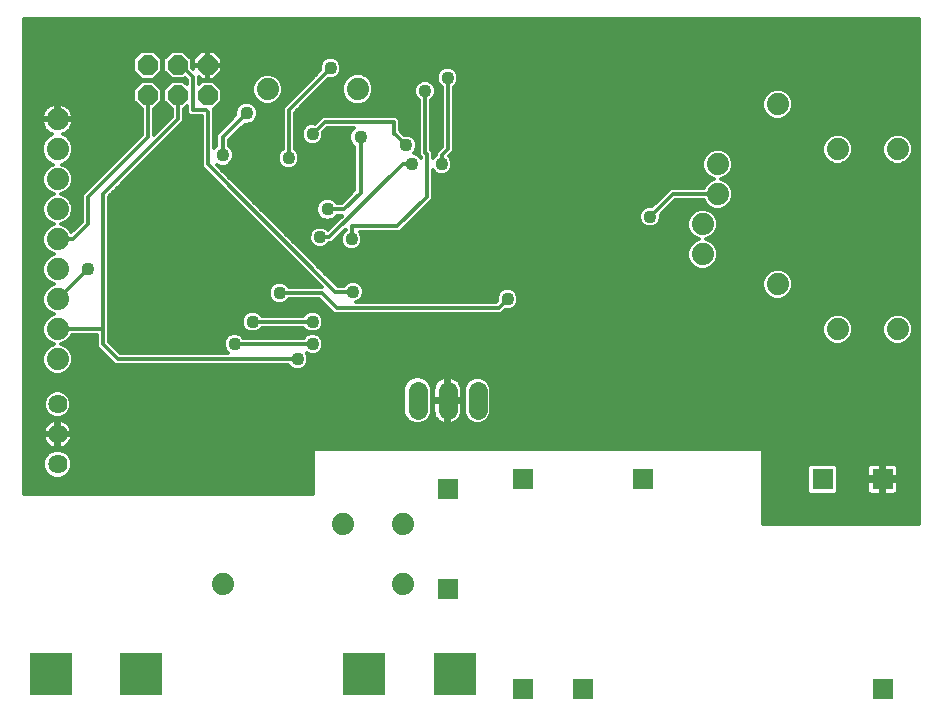
<source format=gbl>
G75*
%MOIN*%
%OFA0B0*%
%FSLAX24Y24*%
%IPPOS*%
%LPD*%
%AMOC8*
5,1,8,0,0,1.08239X$1,22.5*
%
%ADD10C,0.0740*%
%ADD11C,0.0640*%
%ADD12R,0.0712X0.0712*%
%ADD13OC8,0.0660*%
%ADD14R,0.1400X0.1400*%
%ADD15C,0.0640*%
%ADD16C,0.0436*%
%ADD17C,0.0120*%
D10*
X007660Y004650D03*
X011660Y006650D03*
X013660Y006650D03*
X013660Y004650D03*
X002160Y012150D03*
X002160Y013150D03*
X002160Y014150D03*
X002160Y015150D03*
X002160Y016150D03*
X002160Y017150D03*
X002160Y018150D03*
X002160Y019150D03*
X002160Y020150D03*
X009160Y021150D03*
X012160Y021150D03*
X023660Y016650D03*
X023660Y015650D03*
X026160Y014650D03*
X028160Y013150D03*
X030160Y013150D03*
X024160Y017650D03*
X024160Y018650D03*
X026160Y020650D03*
X028160Y019150D03*
X030160Y019150D03*
D11*
X002160Y010650D03*
X002160Y009650D03*
X002160Y008650D03*
D12*
X015160Y007825D03*
X017660Y008150D03*
X021660Y008150D03*
X027660Y008150D03*
X029660Y008150D03*
X029660Y001150D03*
X019660Y001150D03*
X017660Y001150D03*
X015160Y004475D03*
D13*
X007160Y020950D03*
X006160Y020950D03*
X006160Y021950D03*
X007160Y021950D03*
X005160Y021950D03*
X005160Y020950D03*
D14*
X001925Y001650D03*
X004925Y001650D03*
X012390Y001650D03*
X015395Y001650D03*
D15*
X015160Y010455D02*
X015160Y011095D01*
X014160Y011095D02*
X014160Y010455D01*
X016160Y010455D02*
X016160Y011095D01*
D16*
X015260Y012350D03*
X017160Y014150D03*
X018660Y015650D03*
X017160Y017650D03*
X014960Y018650D03*
X013960Y018650D03*
X013785Y019275D03*
X012260Y019550D03*
X010660Y019650D03*
X009860Y018850D03*
X008460Y020350D03*
X007660Y018950D03*
X006660Y017650D03*
X005660Y018400D03*
X004160Y017150D03*
X003160Y015150D03*
X004360Y013050D03*
X006860Y015050D03*
X008660Y013400D03*
X008060Y012650D03*
X009560Y014350D03*
X010660Y013400D03*
X010660Y012650D03*
X010160Y012150D03*
X011460Y013150D03*
X012010Y014400D03*
X011960Y016150D03*
X010910Y016213D03*
X011160Y017150D03*
X014410Y021088D03*
X015160Y021525D03*
X013360Y021250D03*
X013160Y022650D03*
X011260Y021850D03*
X009660Y022650D03*
X004260Y020250D03*
X002160Y022650D03*
X009060Y010850D03*
X008660Y008050D03*
X006160Y008150D03*
X003660Y008150D03*
X018160Y020150D03*
X019660Y018650D03*
X021910Y016900D03*
X023660Y013650D03*
X021660Y012150D03*
X021660Y010150D03*
X019160Y010150D03*
X026160Y007150D03*
X030160Y009650D03*
X029660Y011650D03*
X030160Y015650D03*
X026160Y017150D03*
X026160Y018650D03*
X026960Y020250D03*
X028960Y020250D03*
X030160Y023150D03*
X023660Y020450D03*
X022460Y022750D03*
X019460Y022950D03*
D17*
X015518Y021596D02*
X015464Y021728D01*
X015363Y021829D01*
X015231Y021883D01*
X015089Y021883D01*
X014957Y021829D01*
X014856Y021728D01*
X014802Y021596D01*
X014802Y021454D01*
X014856Y021322D01*
X014957Y021221D01*
X014960Y021220D01*
X014960Y019233D01*
X014760Y019033D01*
X014760Y018955D01*
X014757Y018954D01*
X014660Y018856D01*
X014660Y019058D01*
X014610Y019108D01*
X014610Y020783D01*
X014613Y020784D01*
X014714Y020885D01*
X014768Y021016D01*
X014768Y021159D01*
X014714Y021290D01*
X014613Y021391D01*
X014481Y021446D01*
X014339Y021446D01*
X014207Y021391D01*
X014106Y021290D01*
X014052Y021159D01*
X014052Y021016D01*
X014106Y020885D01*
X014207Y020784D01*
X014210Y020783D01*
X014210Y018942D01*
X014260Y018892D01*
X014260Y018856D01*
X014163Y018954D01*
X014031Y019008D01*
X014025Y019008D01*
X014089Y019072D01*
X014143Y019204D01*
X014143Y019346D01*
X014089Y019478D01*
X013988Y019579D01*
X013856Y019633D01*
X013714Y019633D01*
X013711Y019632D01*
X013610Y019733D01*
X013560Y019783D01*
X013560Y020133D01*
X013443Y020250D01*
X010977Y020250D01*
X010860Y020133D01*
X010734Y020007D01*
X010731Y020008D01*
X010589Y020008D01*
X010457Y019954D01*
X010356Y019853D01*
X010302Y019721D01*
X010302Y019579D01*
X010356Y019447D01*
X010457Y019346D01*
X010589Y019292D01*
X010731Y019292D01*
X010863Y019346D01*
X010964Y019447D01*
X011018Y019579D01*
X011018Y019721D01*
X011017Y019724D01*
X011143Y019850D01*
X012025Y019850D01*
X011939Y019764D01*
X011882Y019625D01*
X011882Y019475D01*
X011939Y019336D01*
X012040Y019235D01*
X012040Y017780D01*
X011630Y017370D01*
X011475Y017370D01*
X011374Y017471D01*
X011235Y017528D01*
X011085Y017528D01*
X010946Y017471D01*
X010839Y017364D01*
X010782Y017225D01*
X010782Y017075D01*
X010839Y016936D01*
X010946Y016829D01*
X011085Y016772D01*
X011235Y016772D01*
X011374Y016829D01*
X011475Y016930D01*
X011657Y016930D01*
X011178Y016451D01*
X011113Y016516D01*
X010981Y016571D01*
X010839Y016571D01*
X010707Y016516D01*
X010606Y016415D01*
X010552Y016284D01*
X010552Y016141D01*
X010606Y016010D01*
X010707Y015909D01*
X010839Y015854D01*
X010981Y015854D01*
X011113Y015909D01*
X011214Y016010D01*
X011215Y016013D01*
X011305Y016013D01*
X011760Y016467D01*
X011760Y016455D01*
X011757Y016454D01*
X011656Y016353D01*
X011602Y016221D01*
X011602Y016079D01*
X011656Y015947D01*
X011757Y015846D01*
X011889Y015792D01*
X012031Y015792D01*
X012163Y015846D01*
X012264Y015947D01*
X012318Y016079D01*
X012318Y016221D01*
X012264Y016353D01*
X012241Y016375D01*
X013568Y016375D01*
X014543Y017350D01*
X014660Y017467D01*
X014660Y018444D01*
X014757Y018346D01*
X014889Y018292D01*
X015031Y018292D01*
X015163Y018346D01*
X015264Y018447D01*
X015318Y018579D01*
X015318Y018721D01*
X015264Y018853D01*
X015205Y018912D01*
X015360Y019067D01*
X015360Y021220D01*
X015363Y021221D01*
X015464Y021322D01*
X015518Y021454D01*
X015518Y021596D01*
X015500Y021639D02*
X030890Y021639D01*
X030890Y021521D02*
X015518Y021521D01*
X015497Y021402D02*
X030890Y021402D01*
X030890Y021284D02*
X015425Y021284D01*
X015360Y021165D02*
X030890Y021165D01*
X030890Y021047D02*
X026485Y021047D01*
X026449Y021082D02*
X026261Y021160D01*
X026059Y021160D01*
X025871Y021082D01*
X025728Y020939D01*
X025650Y020751D01*
X025650Y020549D01*
X025728Y020361D01*
X025871Y020218D01*
X026059Y020140D01*
X026261Y020140D01*
X026449Y020218D01*
X026592Y020361D01*
X026670Y020549D01*
X026670Y020751D01*
X026592Y020939D01*
X026449Y021082D01*
X026597Y020928D02*
X030890Y020928D01*
X030890Y020810D02*
X026646Y020810D01*
X026670Y020691D02*
X030890Y020691D01*
X030890Y020573D02*
X026670Y020573D01*
X026631Y020454D02*
X030890Y020454D01*
X030890Y020336D02*
X026567Y020336D01*
X026447Y020217D02*
X030890Y020217D01*
X030890Y020099D02*
X015360Y020099D01*
X015360Y020217D02*
X025873Y020217D01*
X025753Y020336D02*
X015360Y020336D01*
X015360Y020454D02*
X025689Y020454D01*
X025650Y020573D02*
X015360Y020573D01*
X015360Y020691D02*
X025650Y020691D01*
X025674Y020810D02*
X015360Y020810D01*
X015360Y020928D02*
X025723Y020928D01*
X025835Y021047D02*
X015360Y021047D01*
X014960Y021047D02*
X014768Y021047D01*
X014765Y021165D02*
X014960Y021165D01*
X014895Y021284D02*
X014716Y021284D01*
X014823Y021402D02*
X014586Y021402D01*
X014802Y021521D02*
X012539Y021521D01*
X012609Y021450D02*
X012460Y021599D01*
X012265Y021680D01*
X012055Y021680D01*
X011860Y021599D01*
X011711Y021450D01*
X011630Y021255D01*
X011630Y021045D01*
X011711Y020850D01*
X011860Y020701D01*
X012055Y020620D01*
X012265Y020620D01*
X012460Y020701D01*
X012609Y020850D01*
X012690Y021045D01*
X012690Y021255D01*
X012609Y021450D01*
X012629Y021402D02*
X014234Y021402D01*
X014104Y021284D02*
X012678Y021284D01*
X012690Y021165D02*
X014055Y021165D01*
X014052Y021047D02*
X012690Y021047D01*
X012642Y020928D02*
X014088Y020928D01*
X014182Y020810D02*
X012569Y020810D01*
X012437Y020691D02*
X014210Y020691D01*
X014210Y020573D02*
X010265Y020573D01*
X010384Y020691D02*
X011883Y020691D01*
X011751Y020810D02*
X010502Y020810D01*
X010621Y020928D02*
X011678Y020928D01*
X011630Y021047D02*
X010739Y021047D01*
X010858Y021165D02*
X011630Y021165D01*
X011642Y021284D02*
X010976Y021284D01*
X011095Y021402D02*
X011691Y021402D01*
X011781Y021521D02*
X011400Y021521D01*
X011463Y021546D02*
X011564Y021647D01*
X011618Y021779D01*
X011618Y021921D01*
X011564Y022053D01*
X011463Y022154D01*
X011331Y022208D01*
X011189Y022208D01*
X011057Y022154D01*
X010956Y022053D01*
X010902Y021921D01*
X010902Y021779D01*
X010903Y021776D01*
X009660Y020533D01*
X009660Y019155D01*
X009657Y019154D01*
X009556Y019053D01*
X009502Y018921D01*
X009502Y018779D01*
X009556Y018647D01*
X009657Y018546D01*
X009789Y018492D01*
X009931Y018492D01*
X010063Y018546D01*
X010164Y018647D01*
X010218Y018779D01*
X010218Y018921D01*
X010164Y019053D01*
X010063Y019154D01*
X010060Y019155D01*
X010060Y020367D01*
X011186Y021493D01*
X011189Y021492D01*
X011331Y021492D01*
X011463Y021546D01*
X011555Y021639D02*
X011956Y021639D01*
X011609Y021758D02*
X014886Y021758D01*
X014820Y021639D02*
X012364Y021639D01*
X011618Y021876D02*
X015072Y021876D01*
X015248Y021876D02*
X030890Y021876D01*
X030890Y021758D02*
X015434Y021758D01*
X015160Y021525D02*
X015160Y019150D01*
X014960Y018950D01*
X014960Y018650D01*
X015288Y018795D02*
X023668Y018795D01*
X023650Y018751D02*
X023650Y018549D01*
X023728Y018361D01*
X023871Y018218D01*
X024034Y018150D01*
X023871Y018082D01*
X023728Y017939D01*
X023691Y017850D01*
X022577Y017850D01*
X022460Y017733D01*
X021984Y017257D01*
X021981Y017258D01*
X021839Y017258D01*
X021707Y017204D01*
X021606Y017103D01*
X021552Y016971D01*
X021552Y016829D01*
X021606Y016697D01*
X021707Y016596D01*
X021839Y016542D01*
X021981Y016542D01*
X022113Y016596D01*
X022214Y016697D01*
X022268Y016829D01*
X022268Y016971D01*
X022267Y016974D01*
X022743Y017450D01*
X023691Y017450D01*
X023728Y017361D01*
X023871Y017218D01*
X024059Y017140D01*
X024261Y017140D01*
X024449Y017218D01*
X024592Y017361D01*
X024670Y017549D01*
X024670Y017751D01*
X024592Y017939D01*
X024449Y018082D01*
X024286Y018150D01*
X024449Y018218D01*
X024592Y018361D01*
X024670Y018549D01*
X024670Y018751D01*
X024592Y018939D01*
X024449Y019082D01*
X024261Y019160D01*
X024059Y019160D01*
X023871Y019082D01*
X023728Y018939D01*
X023650Y018751D01*
X023650Y018677D02*
X015318Y018677D01*
X015310Y018558D02*
X023650Y018558D01*
X023695Y018440D02*
X015256Y018440D01*
X015102Y018321D02*
X023768Y018321D01*
X023908Y018203D02*
X014660Y018203D01*
X014660Y018321D02*
X014818Y018321D01*
X014664Y018440D02*
X014660Y018440D01*
X014660Y018084D02*
X023875Y018084D01*
X023754Y017966D02*
X014660Y017966D01*
X014660Y017847D02*
X022574Y017847D01*
X022456Y017729D02*
X014660Y017729D01*
X014660Y017610D02*
X022337Y017610D01*
X022219Y017492D02*
X014660Y017492D01*
X014566Y017373D02*
X022100Y017373D01*
X021830Y017255D02*
X014447Y017255D01*
X014329Y017136D02*
X021640Y017136D01*
X021571Y017018D02*
X014210Y017018D01*
X014092Y016899D02*
X021552Y016899D01*
X021572Y016781D02*
X013973Y016781D01*
X013855Y016662D02*
X021642Y016662D01*
X021835Y016544D02*
X013736Y016544D01*
X013618Y016425D02*
X023201Y016425D01*
X023228Y016361D02*
X023371Y016218D01*
X023534Y016150D01*
X023371Y016082D01*
X023228Y015939D01*
X023150Y015751D01*
X023150Y015549D01*
X023228Y015361D01*
X023371Y015218D01*
X023559Y015140D01*
X023761Y015140D01*
X023949Y015218D01*
X024092Y015361D01*
X024170Y015549D01*
X024170Y015751D01*
X024092Y015939D01*
X023949Y016082D01*
X023786Y016150D01*
X023949Y016218D01*
X024092Y016361D01*
X024170Y016549D01*
X024170Y016751D01*
X024092Y016939D01*
X023949Y017082D01*
X023761Y017160D01*
X023559Y017160D01*
X023371Y017082D01*
X023228Y016939D01*
X023150Y016751D01*
X023150Y016549D01*
X023228Y016361D01*
X023282Y016307D02*
X012283Y016307D01*
X012318Y016188D02*
X023443Y016188D01*
X023358Y016070D02*
X012314Y016070D01*
X012265Y015951D02*
X023240Y015951D01*
X023184Y015833D02*
X012129Y015833D01*
X011791Y015833D02*
X010260Y015833D01*
X010142Y015951D02*
X010665Y015951D01*
X010582Y016070D02*
X010023Y016070D01*
X009905Y016188D02*
X010552Y016188D01*
X010561Y016307D02*
X009786Y016307D01*
X009668Y016425D02*
X010616Y016425D01*
X010773Y016544D02*
X009549Y016544D01*
X009431Y016662D02*
X011389Y016662D01*
X011271Y016544D02*
X011047Y016544D01*
X011064Y016781D02*
X009312Y016781D01*
X009194Y016899D02*
X010876Y016899D01*
X010806Y017018D02*
X009075Y017018D01*
X008957Y017136D02*
X010782Y017136D01*
X010794Y017255D02*
X008838Y017255D01*
X008720Y017373D02*
X010848Y017373D01*
X010997Y017492D02*
X008601Y017492D01*
X008483Y017610D02*
X011870Y017610D01*
X011752Y017492D02*
X011323Y017492D01*
X011472Y017373D02*
X011633Y017373D01*
X011721Y017150D02*
X011160Y017150D01*
X011444Y016899D02*
X011626Y016899D01*
X011508Y016781D02*
X011256Y016781D01*
X011718Y016425D02*
X011729Y016425D01*
X011637Y016307D02*
X011599Y016307D01*
X011602Y016188D02*
X011481Y016188D01*
X011362Y016070D02*
X011606Y016070D01*
X011655Y015951D02*
X011155Y015951D01*
X011223Y016213D02*
X010910Y016213D01*
X011223Y016213D02*
X013660Y018650D01*
X013960Y018650D01*
X014203Y018914D02*
X014239Y018914D01*
X014210Y019032D02*
X014048Y019032D01*
X014121Y019151D02*
X014210Y019151D01*
X014210Y019269D02*
X014143Y019269D01*
X014126Y019388D02*
X014210Y019388D01*
X014210Y019506D02*
X014060Y019506D01*
X014210Y019625D02*
X013877Y019625D01*
X013610Y019733D02*
X013610Y019733D01*
X013600Y019743D02*
X014210Y019743D01*
X014210Y019862D02*
X013560Y019862D01*
X013560Y019980D02*
X014210Y019980D01*
X014210Y020099D02*
X013560Y020099D01*
X013476Y020217D02*
X014210Y020217D01*
X014210Y020336D02*
X010060Y020336D01*
X010060Y020217D02*
X010944Y020217D01*
X010826Y020099D02*
X010060Y020099D01*
X010060Y019980D02*
X010521Y019980D01*
X010365Y019862D02*
X010060Y019862D01*
X010060Y019743D02*
X010311Y019743D01*
X010302Y019625D02*
X010060Y019625D01*
X010060Y019506D02*
X010332Y019506D01*
X010416Y019388D02*
X010060Y019388D01*
X010060Y019269D02*
X012006Y019269D01*
X012040Y019151D02*
X010066Y019151D01*
X010172Y019032D02*
X012040Y019032D01*
X012040Y018914D02*
X010218Y018914D01*
X010218Y018795D02*
X012040Y018795D01*
X012040Y018677D02*
X010176Y018677D01*
X010074Y018558D02*
X012040Y018558D01*
X012040Y018440D02*
X007653Y018440D01*
X007585Y018572D02*
X007735Y018572D01*
X007874Y018629D01*
X007981Y018736D01*
X008038Y018875D01*
X008038Y019025D01*
X007981Y019164D01*
X007880Y019265D01*
X007880Y019459D01*
X008393Y019972D01*
X008535Y019972D01*
X008674Y020029D01*
X008781Y020136D01*
X008838Y020275D01*
X008838Y020425D01*
X008781Y020564D01*
X008674Y020671D01*
X008535Y020728D01*
X008385Y020728D01*
X008246Y020671D01*
X008139Y020564D01*
X008082Y020425D01*
X008082Y020283D01*
X007569Y019770D01*
X007440Y019641D01*
X007440Y019265D01*
X007360Y019185D01*
X007360Y020483D01*
X007359Y020484D01*
X007630Y020755D01*
X007630Y021145D01*
X007355Y021420D01*
X006965Y021420D01*
X006860Y021315D01*
X006860Y021557D01*
X006957Y021460D01*
X007139Y021460D01*
X007139Y021929D01*
X006670Y021929D01*
X006670Y021823D01*
X006630Y021863D01*
X006630Y022145D01*
X006355Y022420D01*
X005965Y022420D01*
X005690Y022145D01*
X005690Y021755D01*
X005965Y021480D01*
X006355Y021480D01*
X006401Y021526D01*
X006460Y021467D01*
X006460Y021315D01*
X006355Y021420D01*
X005965Y021420D01*
X005690Y021145D01*
X005690Y020755D01*
X005960Y020485D01*
X005960Y020233D01*
X005360Y019633D01*
X005360Y020485D01*
X005630Y020755D01*
X005630Y021145D01*
X005355Y021420D01*
X004965Y021420D01*
X004690Y021145D01*
X004690Y020755D01*
X004960Y020485D01*
X004960Y019633D01*
X002960Y017633D01*
X002960Y016733D01*
X002614Y016387D01*
X002592Y016439D01*
X002449Y016582D01*
X002286Y016650D01*
X002449Y016718D01*
X002592Y016861D01*
X002670Y017049D01*
X002670Y017251D01*
X002592Y017439D01*
X002449Y017582D01*
X002286Y017650D01*
X002449Y017718D01*
X002592Y017861D01*
X002670Y018049D01*
X002670Y018251D01*
X002592Y018439D01*
X002449Y018582D01*
X002312Y018639D01*
X002460Y018701D01*
X002609Y018850D01*
X002690Y019045D01*
X002690Y019255D01*
X002609Y019450D01*
X002460Y019599D01*
X002337Y019650D01*
X002363Y019659D01*
X002438Y019697D01*
X002505Y019746D01*
X002564Y019805D01*
X002613Y019872D01*
X002651Y019947D01*
X002677Y020026D01*
X002690Y020108D01*
X002690Y020110D01*
X002200Y020110D01*
X002200Y020190D01*
X002120Y020190D01*
X002120Y020680D01*
X002118Y020680D01*
X002036Y020667D01*
X001957Y020641D01*
X001882Y020603D01*
X001815Y020554D01*
X001756Y020495D01*
X001707Y020428D01*
X001669Y020353D01*
X001643Y020274D01*
X001630Y020192D01*
X001630Y020190D01*
X002120Y020190D01*
X002120Y020110D01*
X001630Y020110D01*
X001630Y020108D01*
X001643Y020026D01*
X001669Y019947D01*
X001707Y019872D01*
X001756Y019805D01*
X001815Y019746D01*
X001882Y019697D01*
X001957Y019659D01*
X001983Y019650D01*
X001860Y019599D01*
X001711Y019450D01*
X001630Y019255D01*
X001630Y019045D01*
X001711Y018850D01*
X001860Y018701D01*
X002008Y018639D01*
X001871Y018582D01*
X001728Y018439D01*
X001650Y018251D01*
X001650Y018049D01*
X001728Y017861D01*
X001871Y017718D01*
X002034Y017650D01*
X001871Y017582D01*
X001728Y017439D01*
X001650Y017251D01*
X001650Y017049D01*
X001728Y016861D01*
X001871Y016718D01*
X002034Y016650D01*
X001871Y016582D01*
X001728Y016439D01*
X001650Y016251D01*
X001650Y016049D01*
X001728Y015861D01*
X001871Y015718D01*
X002034Y015650D01*
X001871Y015582D01*
X001728Y015439D01*
X001650Y015251D01*
X001650Y015049D01*
X001728Y014861D01*
X001871Y014718D01*
X002034Y014650D01*
X001871Y014582D01*
X001728Y014439D01*
X001650Y014251D01*
X001650Y014049D01*
X001728Y013861D01*
X001871Y013718D01*
X002034Y013650D01*
X001871Y013582D01*
X001728Y013439D01*
X001650Y013251D01*
X001650Y013049D01*
X001728Y012861D01*
X001871Y012718D01*
X002034Y012650D01*
X001871Y012582D01*
X001728Y012439D01*
X001650Y012251D01*
X001650Y012049D01*
X001728Y011861D01*
X001871Y011718D01*
X002059Y011640D01*
X002261Y011640D01*
X002449Y011718D01*
X002592Y011861D01*
X002670Y012049D01*
X002670Y012251D01*
X002592Y012439D01*
X002449Y012582D01*
X002286Y012650D01*
X002449Y012718D01*
X002592Y012861D01*
X002629Y012950D01*
X003460Y012950D01*
X003460Y012567D01*
X003960Y012067D01*
X004077Y011950D01*
X009855Y011950D01*
X009856Y011947D01*
X009957Y011846D01*
X010089Y011792D01*
X010231Y011792D01*
X010363Y011846D01*
X010464Y011947D01*
X010518Y012079D01*
X010518Y012221D01*
X010468Y012342D01*
X010589Y012292D01*
X010731Y012292D01*
X010863Y012346D01*
X010964Y012447D01*
X011018Y012579D01*
X011018Y012721D01*
X010964Y012853D01*
X010863Y012954D01*
X010731Y013008D01*
X010589Y013008D01*
X010457Y012954D01*
X010356Y012853D01*
X010355Y012850D01*
X008365Y012850D01*
X008364Y012853D01*
X008263Y012954D01*
X008131Y013008D01*
X007989Y013008D01*
X007857Y012954D01*
X007756Y012853D01*
X007702Y012721D01*
X007702Y012579D01*
X007756Y012447D01*
X007854Y012350D01*
X004243Y012350D01*
X003860Y012733D01*
X003860Y017567D01*
X006243Y019950D01*
X006360Y020067D01*
X006360Y020485D01*
X006460Y020585D01*
X006460Y020367D01*
X006577Y020250D01*
X006960Y020250D01*
X006960Y018567D01*
X007077Y018450D01*
X007077Y018450D01*
X010977Y014550D01*
X009865Y014550D01*
X009864Y014553D01*
X009763Y014654D01*
X009631Y014708D01*
X009489Y014708D01*
X009357Y014654D01*
X009256Y014553D01*
X009202Y014421D01*
X009202Y014279D01*
X009256Y014147D01*
X009357Y014046D01*
X009489Y013992D01*
X009631Y013992D01*
X009763Y014046D01*
X009864Y014147D01*
X009865Y014150D01*
X010877Y014150D01*
X011260Y013767D01*
X011377Y013650D01*
X016943Y013650D01*
X017086Y013793D01*
X017089Y013792D01*
X017231Y013792D01*
X017363Y013846D01*
X017464Y013947D01*
X017518Y014079D01*
X017518Y014221D01*
X017464Y014353D01*
X017363Y014454D01*
X017231Y014508D01*
X017089Y014508D01*
X016957Y014454D01*
X016856Y014353D01*
X016802Y014221D01*
X016802Y014079D01*
X016803Y014076D01*
X016777Y014050D01*
X012101Y014050D01*
X012213Y014096D01*
X012314Y014197D01*
X012368Y014329D01*
X012368Y014471D01*
X012314Y014603D01*
X012213Y014704D01*
X012081Y014758D01*
X011939Y014758D01*
X011807Y014704D01*
X011706Y014603D01*
X011705Y014600D01*
X011493Y014600D01*
X007476Y018617D01*
X007585Y018572D01*
X007535Y018558D02*
X009646Y018558D01*
X009544Y018677D02*
X007921Y018677D01*
X008005Y018795D02*
X009502Y018795D01*
X009502Y018914D02*
X008038Y018914D01*
X008035Y019032D02*
X009548Y019032D01*
X009654Y019151D02*
X007986Y019151D01*
X007880Y019269D02*
X009660Y019269D01*
X009660Y019388D02*
X007880Y019388D01*
X007927Y019506D02*
X009660Y019506D01*
X009660Y019625D02*
X008046Y019625D01*
X008164Y019743D02*
X009660Y019743D01*
X009660Y019862D02*
X008283Y019862D01*
X008555Y019980D02*
X009660Y019980D01*
X009660Y020099D02*
X008743Y020099D01*
X008814Y020217D02*
X009660Y020217D01*
X009660Y020336D02*
X008838Y020336D01*
X008826Y020454D02*
X009660Y020454D01*
X009700Y020573D02*
X008772Y020573D01*
X008871Y020718D02*
X009059Y020640D01*
X009261Y020640D01*
X009449Y020718D01*
X009592Y020861D01*
X009670Y021049D01*
X009670Y021251D01*
X009592Y021439D01*
X009449Y021582D01*
X009261Y021660D01*
X009059Y021660D01*
X008871Y021582D01*
X008728Y021439D01*
X008650Y021251D01*
X008650Y021049D01*
X008728Y020861D01*
X008871Y020718D01*
X008935Y020691D02*
X008625Y020691D01*
X008779Y020810D02*
X007630Y020810D01*
X007630Y020928D02*
X008700Y020928D01*
X008651Y021047D02*
X007630Y021047D01*
X007610Y021165D02*
X008650Y021165D01*
X008663Y021284D02*
X007491Y021284D01*
X007373Y021402D02*
X008712Y021402D01*
X008809Y021521D02*
X007424Y021521D01*
X007363Y021460D02*
X007650Y021747D01*
X007650Y021929D01*
X007181Y021929D01*
X007181Y021971D01*
X007139Y021971D01*
X007139Y021929D01*
X007181Y021929D01*
X007181Y021460D01*
X007363Y021460D01*
X007181Y021521D02*
X007139Y021521D01*
X007139Y021639D02*
X007181Y021639D01*
X007181Y021758D02*
X007139Y021758D01*
X007139Y021876D02*
X007181Y021876D01*
X007181Y021971D02*
X007650Y021971D01*
X007650Y022153D01*
X007363Y022440D01*
X007181Y022440D01*
X007181Y021971D01*
X007181Y021995D02*
X007139Y021995D01*
X007139Y021971D02*
X007139Y022440D01*
X006957Y022440D01*
X006670Y022153D01*
X006670Y021971D01*
X007139Y021971D01*
X007139Y022113D02*
X007181Y022113D01*
X007181Y022232D02*
X007139Y022232D01*
X007139Y022350D02*
X007181Y022350D01*
X007453Y022350D02*
X030890Y022350D01*
X030890Y022232D02*
X007571Y022232D01*
X007650Y022113D02*
X011017Y022113D01*
X010932Y021995D02*
X007650Y021995D01*
X007650Y021876D02*
X010902Y021876D01*
X010885Y021758D02*
X007650Y021758D01*
X007542Y021639D02*
X009008Y021639D01*
X009312Y021639D02*
X010766Y021639D01*
X010648Y021521D02*
X009511Y021521D01*
X009608Y021402D02*
X010529Y021402D01*
X010411Y021284D02*
X009657Y021284D01*
X009670Y021165D02*
X010292Y021165D01*
X010174Y021047D02*
X009669Y021047D01*
X009620Y020928D02*
X010055Y020928D01*
X009937Y020810D02*
X009541Y020810D01*
X009385Y020691D02*
X009818Y020691D01*
X009860Y020450D02*
X011260Y021850D01*
X011588Y021995D02*
X030890Y021995D01*
X030890Y022113D02*
X011503Y022113D01*
X010147Y020454D02*
X014210Y020454D01*
X014610Y020454D02*
X014960Y020454D01*
X014960Y020336D02*
X014610Y020336D01*
X014610Y020217D02*
X014960Y020217D01*
X014960Y020099D02*
X014610Y020099D01*
X014610Y019980D02*
X014960Y019980D01*
X014960Y019862D02*
X014610Y019862D01*
X014610Y019743D02*
X014960Y019743D01*
X014960Y019625D02*
X014610Y019625D01*
X014610Y019506D02*
X014960Y019506D01*
X014960Y019388D02*
X014610Y019388D01*
X014610Y019269D02*
X014960Y019269D01*
X014878Y019151D02*
X014610Y019151D01*
X014660Y019032D02*
X014760Y019032D01*
X014717Y018914D02*
X014660Y018914D01*
X014460Y018975D02*
X014410Y019025D01*
X014410Y021088D01*
X014732Y020928D02*
X014960Y020928D01*
X014960Y020810D02*
X014638Y020810D01*
X014610Y020691D02*
X014960Y020691D01*
X014960Y020573D02*
X014610Y020573D01*
X015360Y019980D02*
X030890Y019980D01*
X030890Y019862D02*
X015360Y019862D01*
X015360Y019743D02*
X030890Y019743D01*
X030890Y019625D02*
X030347Y019625D01*
X030261Y019660D02*
X030059Y019660D01*
X029871Y019582D01*
X029728Y019439D01*
X029650Y019251D01*
X029650Y019049D01*
X029728Y018861D01*
X029871Y018718D01*
X030059Y018640D01*
X030261Y018640D01*
X030449Y018718D01*
X030592Y018861D01*
X030670Y019049D01*
X030670Y019251D01*
X030592Y019439D01*
X030449Y019582D01*
X030261Y019660D01*
X029973Y019625D02*
X028347Y019625D01*
X028261Y019660D02*
X028059Y019660D01*
X027871Y019582D01*
X027728Y019439D01*
X027650Y019251D01*
X027650Y019049D01*
X027728Y018861D01*
X027871Y018718D01*
X028059Y018640D01*
X028261Y018640D01*
X028449Y018718D01*
X028592Y018861D01*
X028670Y019049D01*
X028670Y019251D01*
X028592Y019439D01*
X028449Y019582D01*
X028261Y019660D01*
X027973Y019625D02*
X015360Y019625D01*
X015360Y019506D02*
X027795Y019506D01*
X027706Y019388D02*
X015360Y019388D01*
X015360Y019269D02*
X027657Y019269D01*
X027650Y019151D02*
X024284Y019151D01*
X024499Y019032D02*
X027657Y019032D01*
X027706Y018914D02*
X024603Y018914D01*
X024652Y018795D02*
X027794Y018795D01*
X027970Y018677D02*
X024670Y018677D01*
X024670Y018558D02*
X030890Y018558D01*
X030890Y018440D02*
X024625Y018440D01*
X024552Y018321D02*
X030890Y018321D01*
X030890Y018203D02*
X024412Y018203D01*
X024445Y018084D02*
X030890Y018084D01*
X030890Y017966D02*
X024566Y017966D01*
X024630Y017847D02*
X030890Y017847D01*
X030890Y017729D02*
X024670Y017729D01*
X024670Y017610D02*
X030890Y017610D01*
X030890Y017492D02*
X024646Y017492D01*
X024597Y017373D02*
X030890Y017373D01*
X030890Y017255D02*
X024486Y017255D01*
X024109Y016899D02*
X030890Y016899D01*
X030890Y016781D02*
X024158Y016781D01*
X024170Y016662D02*
X030890Y016662D01*
X030890Y016544D02*
X024168Y016544D01*
X024119Y016425D02*
X030890Y016425D01*
X030890Y016307D02*
X024038Y016307D01*
X023877Y016188D02*
X030890Y016188D01*
X030890Y016070D02*
X023962Y016070D01*
X024080Y015951D02*
X030890Y015951D01*
X030890Y015833D02*
X024136Y015833D01*
X024170Y015714D02*
X030890Y015714D01*
X030890Y015596D02*
X024170Y015596D01*
X024140Y015477D02*
X030890Y015477D01*
X030890Y015359D02*
X024090Y015359D01*
X023971Y015240D02*
X030890Y015240D01*
X030890Y015122D02*
X026354Y015122D01*
X026261Y015160D02*
X026059Y015160D01*
X025871Y015082D01*
X025728Y014939D01*
X025650Y014751D01*
X025650Y014549D01*
X025728Y014361D01*
X025871Y014218D01*
X026059Y014140D01*
X026261Y014140D01*
X026449Y014218D01*
X026592Y014361D01*
X026670Y014549D01*
X026670Y014751D01*
X026592Y014939D01*
X026449Y015082D01*
X026261Y015160D01*
X025966Y015122D02*
X010971Y015122D01*
X010853Y015240D02*
X023349Y015240D01*
X023230Y015359D02*
X010734Y015359D01*
X010616Y015477D02*
X023180Y015477D01*
X023150Y015596D02*
X010497Y015596D01*
X010379Y015714D02*
X023150Y015714D01*
X023152Y016544D02*
X021985Y016544D01*
X022178Y016662D02*
X023150Y016662D01*
X023162Y016781D02*
X022248Y016781D01*
X022268Y016899D02*
X023211Y016899D01*
X023306Y017018D02*
X022310Y017018D01*
X022429Y017136D02*
X023501Y017136D01*
X023819Y017136D02*
X030890Y017136D01*
X030890Y017018D02*
X024014Y017018D01*
X023834Y017255D02*
X022547Y017255D01*
X022666Y017373D02*
X023723Y017373D01*
X024160Y017650D02*
X022660Y017650D01*
X021910Y016900D01*
X023717Y018914D02*
X015206Y018914D01*
X015325Y019032D02*
X023821Y019032D01*
X024036Y019151D02*
X015360Y019151D01*
X014460Y018975D02*
X014460Y017550D01*
X013485Y016575D01*
X011960Y016575D01*
X011960Y016150D01*
X011721Y017150D02*
X012260Y017689D01*
X012260Y019550D01*
X011918Y019388D02*
X010904Y019388D01*
X010988Y019506D02*
X011882Y019506D01*
X011882Y019625D02*
X011018Y019625D01*
X011036Y019743D02*
X011931Y019743D01*
X011060Y020050D02*
X013360Y020050D01*
X013360Y019650D01*
X013410Y019650D01*
X013785Y019275D01*
X012040Y018321D02*
X007772Y018321D01*
X007890Y018203D02*
X012040Y018203D01*
X012040Y018084D02*
X008009Y018084D01*
X008127Y017966D02*
X012040Y017966D01*
X012040Y017847D02*
X008246Y017847D01*
X008364Y017729D02*
X011989Y017729D01*
X009860Y018850D02*
X009860Y020450D01*
X010660Y019650D02*
X011060Y020050D01*
X008460Y020350D02*
X007660Y019550D01*
X007660Y018950D01*
X007440Y019269D02*
X007360Y019269D01*
X007360Y019388D02*
X007440Y019388D01*
X007440Y019506D02*
X007360Y019506D01*
X007360Y019625D02*
X007440Y019625D01*
X007360Y019743D02*
X007542Y019743D01*
X007660Y019862D02*
X007360Y019862D01*
X007360Y019980D02*
X007779Y019980D01*
X007897Y020099D02*
X007360Y020099D01*
X007360Y020217D02*
X008016Y020217D01*
X008082Y020336D02*
X007360Y020336D01*
X007360Y020454D02*
X008094Y020454D01*
X008148Y020573D02*
X007447Y020573D01*
X007566Y020691D02*
X008295Y020691D01*
X007160Y020400D02*
X007110Y020450D01*
X006660Y020450D01*
X006660Y021550D01*
X006260Y021950D01*
X006160Y021950D01*
X006630Y021995D02*
X006670Y021995D01*
X006670Y022113D02*
X006630Y022113D01*
X006543Y022232D02*
X006749Y022232D01*
X006867Y022350D02*
X006425Y022350D01*
X005895Y022350D02*
X005453Y022350D01*
X005363Y022440D02*
X004957Y022440D01*
X004670Y022153D01*
X004670Y021747D01*
X004957Y021460D01*
X005363Y021460D01*
X005650Y021747D01*
X005650Y022153D01*
X005363Y022440D01*
X005571Y022232D02*
X005777Y022232D01*
X005690Y022113D02*
X005650Y022113D01*
X005650Y021995D02*
X005690Y021995D01*
X005690Y021876D02*
X005650Y021876D01*
X005650Y021758D02*
X005690Y021758D01*
X005806Y021639D02*
X005542Y021639D01*
X005424Y021521D02*
X005925Y021521D01*
X005947Y021402D02*
X005373Y021402D01*
X005491Y021284D02*
X005829Y021284D01*
X005710Y021165D02*
X005610Y021165D01*
X005630Y021047D02*
X005690Y021047D01*
X005690Y020928D02*
X005630Y020928D01*
X005630Y020810D02*
X005690Y020810D01*
X005754Y020691D02*
X005566Y020691D01*
X005447Y020573D02*
X005873Y020573D01*
X005960Y020454D02*
X005360Y020454D01*
X005360Y020336D02*
X005960Y020336D01*
X005944Y020217D02*
X005360Y020217D01*
X005360Y020099D02*
X005826Y020099D01*
X005707Y019980D02*
X005360Y019980D01*
X005360Y019862D02*
X005589Y019862D01*
X005470Y019743D02*
X005360Y019743D01*
X005160Y019550D02*
X005160Y020950D01*
X004829Y021284D02*
X001050Y021284D01*
X001050Y021402D02*
X004947Y021402D01*
X004896Y021521D02*
X001050Y021521D01*
X001050Y021639D02*
X004778Y021639D01*
X004670Y021758D02*
X001050Y021758D01*
X001050Y021876D02*
X004670Y021876D01*
X004670Y021995D02*
X001050Y021995D01*
X001050Y022113D02*
X004670Y022113D01*
X004749Y022232D02*
X001050Y022232D01*
X001050Y022350D02*
X004867Y022350D01*
X004710Y021165D02*
X001050Y021165D01*
X001050Y021047D02*
X004690Y021047D01*
X004690Y020928D02*
X001050Y020928D01*
X001050Y020810D02*
X004690Y020810D01*
X004754Y020691D02*
X001050Y020691D01*
X001050Y020573D02*
X001840Y020573D01*
X001726Y020454D02*
X001050Y020454D01*
X001050Y020336D02*
X001663Y020336D01*
X001634Y020217D02*
X001050Y020217D01*
X001050Y020099D02*
X001632Y020099D01*
X001658Y019980D02*
X001050Y019980D01*
X001050Y019862D02*
X001714Y019862D01*
X001818Y019743D02*
X001050Y019743D01*
X001050Y019625D02*
X001921Y019625D01*
X001767Y019506D02*
X001050Y019506D01*
X001050Y019388D02*
X001685Y019388D01*
X001636Y019269D02*
X001050Y019269D01*
X001050Y019151D02*
X001630Y019151D01*
X001635Y019032D02*
X001050Y019032D01*
X001050Y018914D02*
X001684Y018914D01*
X001765Y018795D02*
X001050Y018795D01*
X001050Y018677D02*
X001918Y018677D01*
X001847Y018558D02*
X001050Y018558D01*
X001050Y018440D02*
X001728Y018440D01*
X001679Y018321D02*
X001050Y018321D01*
X001050Y018203D02*
X001650Y018203D01*
X001650Y018084D02*
X001050Y018084D01*
X001050Y017966D02*
X001684Y017966D01*
X001742Y017847D02*
X001050Y017847D01*
X001050Y017729D02*
X001860Y017729D01*
X001938Y017610D02*
X001050Y017610D01*
X001050Y017492D02*
X001780Y017492D01*
X001700Y017373D02*
X001050Y017373D01*
X001050Y017255D02*
X001651Y017255D01*
X001650Y017136D02*
X001050Y017136D01*
X001050Y017018D02*
X001663Y017018D01*
X001712Y016899D02*
X001050Y016899D01*
X001050Y016781D02*
X001808Y016781D01*
X002005Y016662D02*
X001050Y016662D01*
X001050Y016544D02*
X001832Y016544D01*
X001722Y016425D02*
X001050Y016425D01*
X001050Y016307D02*
X001673Y016307D01*
X001650Y016188D02*
X001050Y016188D01*
X001050Y016070D02*
X001650Y016070D01*
X001690Y015951D02*
X001050Y015951D01*
X001050Y015833D02*
X001756Y015833D01*
X001880Y015714D02*
X001050Y015714D01*
X001050Y015596D02*
X001903Y015596D01*
X001766Y015477D02*
X001050Y015477D01*
X001050Y015359D02*
X001694Y015359D01*
X001650Y015240D02*
X001050Y015240D01*
X001050Y015122D02*
X001650Y015122D01*
X001669Y015003D02*
X001050Y015003D01*
X001050Y014885D02*
X001718Y014885D01*
X001823Y014766D02*
X001050Y014766D01*
X001050Y014648D02*
X002028Y014648D01*
X001818Y014529D02*
X001050Y014529D01*
X001050Y014411D02*
X001716Y014411D01*
X001667Y014292D02*
X001050Y014292D01*
X001050Y014174D02*
X001650Y014174D01*
X001650Y014055D02*
X001050Y014055D01*
X001050Y013937D02*
X001696Y013937D01*
X001771Y013818D02*
X001050Y013818D01*
X001050Y013700D02*
X001915Y013700D01*
X001870Y013581D02*
X001050Y013581D01*
X001050Y013463D02*
X001751Y013463D01*
X001688Y013344D02*
X001050Y013344D01*
X001050Y013226D02*
X001650Y013226D01*
X001650Y013107D02*
X001050Y013107D01*
X001050Y012989D02*
X001675Y012989D01*
X001724Y012870D02*
X001050Y012870D01*
X001050Y012752D02*
X001837Y012752D01*
X001993Y012633D02*
X001050Y012633D01*
X001050Y012515D02*
X001803Y012515D01*
X001710Y012396D02*
X001050Y012396D01*
X001050Y012278D02*
X001661Y012278D01*
X001650Y012159D02*
X001050Y012159D01*
X001050Y012041D02*
X001653Y012041D01*
X001702Y011922D02*
X001050Y011922D01*
X001050Y011804D02*
X001785Y011804D01*
X001950Y011685D02*
X001050Y011685D01*
X001050Y011567D02*
X014044Y011567D01*
X014065Y011575D02*
X013888Y011502D01*
X013753Y011367D01*
X013680Y011190D01*
X013680Y010360D01*
X013753Y010183D01*
X013888Y010048D01*
X014065Y009975D01*
X014255Y009975D01*
X014432Y010048D01*
X014567Y010183D01*
X014640Y010360D01*
X014640Y011190D01*
X014567Y011367D01*
X014432Y011502D01*
X014255Y011575D01*
X014065Y011575D01*
X014276Y011567D02*
X015069Y011567D01*
X015048Y011563D02*
X014976Y011540D01*
X014908Y011506D01*
X014847Y011461D01*
X014794Y011408D01*
X014749Y011347D01*
X014715Y011279D01*
X014692Y011207D01*
X014680Y011133D01*
X014680Y010815D01*
X015120Y010815D01*
X015120Y011575D01*
X015048Y011563D01*
X015120Y011567D02*
X015200Y011567D01*
X015200Y011575D02*
X015200Y010815D01*
X015640Y010815D01*
X015640Y011133D01*
X015628Y011207D01*
X015605Y011279D01*
X015571Y011347D01*
X015526Y011408D01*
X015473Y011461D01*
X015412Y011506D01*
X015344Y011540D01*
X015272Y011563D01*
X015200Y011575D01*
X015251Y011567D02*
X030890Y011567D01*
X030890Y011685D02*
X002370Y011685D01*
X002535Y011804D02*
X010061Y011804D01*
X010259Y011804D02*
X030890Y011804D01*
X030890Y011922D02*
X010438Y011922D01*
X010502Y012041D02*
X030890Y012041D01*
X030890Y012159D02*
X010518Y012159D01*
X010495Y012278D02*
X030890Y012278D01*
X030890Y012396D02*
X010912Y012396D01*
X010991Y012515D02*
X030890Y012515D01*
X030890Y012633D02*
X011018Y012633D01*
X011006Y012752D02*
X027837Y012752D01*
X027871Y012718D02*
X028059Y012640D01*
X028261Y012640D01*
X028449Y012718D01*
X028592Y012861D01*
X028670Y013049D01*
X028670Y013251D01*
X028592Y013439D01*
X028449Y013582D01*
X028261Y013660D01*
X028059Y013660D01*
X027871Y013582D01*
X027728Y013439D01*
X027650Y013251D01*
X027650Y013049D01*
X027728Y012861D01*
X027871Y012718D01*
X027724Y012870D02*
X010946Y012870D01*
X010779Y012989D02*
X027675Y012989D01*
X027650Y013107D02*
X010873Y013107D01*
X010863Y013096D02*
X010964Y013197D01*
X011018Y013329D01*
X011018Y013471D01*
X010964Y013603D01*
X010863Y013704D01*
X010731Y013758D01*
X010589Y013758D01*
X010457Y013704D01*
X010356Y013603D01*
X010355Y013600D01*
X008965Y013600D01*
X008964Y013603D01*
X008863Y013704D01*
X008731Y013758D01*
X008589Y013758D01*
X008457Y013704D01*
X008356Y013603D01*
X008302Y013471D01*
X008302Y013329D01*
X008356Y013197D01*
X008457Y013096D01*
X008589Y013042D01*
X008731Y013042D01*
X008863Y013096D01*
X008964Y013197D01*
X008965Y013200D01*
X010355Y013200D01*
X010356Y013197D01*
X010457Y013096D01*
X010589Y013042D01*
X010731Y013042D01*
X010863Y013096D01*
X010975Y013226D02*
X027650Y013226D01*
X027688Y013344D02*
X011018Y013344D01*
X011018Y013463D02*
X027751Y013463D01*
X027870Y013581D02*
X010973Y013581D01*
X010867Y013700D02*
X011328Y013700D01*
X011209Y013818D02*
X003860Y013818D01*
X003860Y013700D02*
X008453Y013700D01*
X008347Y013581D02*
X003860Y013581D01*
X003860Y013463D02*
X008302Y013463D01*
X008302Y013344D02*
X003860Y013344D01*
X003860Y013226D02*
X008345Y013226D01*
X008447Y013107D02*
X003860Y013107D01*
X003860Y012989D02*
X007941Y012989D01*
X007774Y012870D02*
X003860Y012870D01*
X003860Y012752D02*
X007714Y012752D01*
X007702Y012633D02*
X003960Y012633D01*
X004078Y012515D02*
X007728Y012515D01*
X007808Y012396D02*
X004197Y012396D01*
X004160Y012150D02*
X003660Y012650D01*
X003660Y013150D01*
X002160Y013150D01*
X002483Y012752D02*
X003460Y012752D01*
X003460Y012870D02*
X002596Y012870D01*
X002327Y012633D02*
X003460Y012633D01*
X003513Y012515D02*
X002517Y012515D01*
X002610Y012396D02*
X003631Y012396D01*
X003750Y012278D02*
X002659Y012278D01*
X002670Y012159D02*
X003868Y012159D01*
X003987Y012041D02*
X002667Y012041D01*
X002618Y011922D02*
X009882Y011922D01*
X010160Y012150D02*
X005160Y012150D01*
X004660Y012150D01*
X004160Y012150D01*
X003660Y013150D02*
X003660Y017650D01*
X006160Y020150D01*
X006160Y020950D01*
X006373Y021402D02*
X006460Y021402D01*
X006407Y021521D02*
X006395Y021521D01*
X006630Y021876D02*
X006670Y021876D01*
X006860Y021521D02*
X006896Y021521D01*
X006860Y021402D02*
X006947Y021402D01*
X006460Y020573D02*
X006447Y020573D01*
X006460Y020454D02*
X006360Y020454D01*
X006360Y020336D02*
X006492Y020336D01*
X006360Y020217D02*
X006960Y020217D01*
X006960Y020099D02*
X006360Y020099D01*
X006273Y019980D02*
X006960Y019980D01*
X006960Y019862D02*
X006154Y019862D01*
X006036Y019743D02*
X006960Y019743D01*
X006960Y019625D02*
X005917Y019625D01*
X005799Y019506D02*
X006960Y019506D01*
X006960Y019388D02*
X005680Y019388D01*
X005562Y019269D02*
X006960Y019269D01*
X006960Y019151D02*
X005443Y019151D01*
X005325Y019032D02*
X006960Y019032D01*
X006960Y018914D02*
X005206Y018914D01*
X005088Y018795D02*
X006960Y018795D01*
X006960Y018677D02*
X004969Y018677D01*
X004851Y018558D02*
X006969Y018558D01*
X007088Y018440D02*
X004732Y018440D01*
X004614Y018321D02*
X007206Y018321D01*
X007325Y018203D02*
X004495Y018203D01*
X004377Y018084D02*
X007443Y018084D01*
X007562Y017966D02*
X004258Y017966D01*
X004140Y017847D02*
X007680Y017847D01*
X007799Y017729D02*
X004021Y017729D01*
X003903Y017610D02*
X007917Y017610D01*
X008036Y017492D02*
X003860Y017492D01*
X003860Y017373D02*
X008154Y017373D01*
X008273Y017255D02*
X003860Y017255D01*
X003860Y017136D02*
X008391Y017136D01*
X008510Y017018D02*
X003860Y017018D01*
X003860Y016899D02*
X008628Y016899D01*
X008747Y016781D02*
X003860Y016781D01*
X003860Y016662D02*
X008865Y016662D01*
X008984Y016544D02*
X003860Y016544D01*
X003860Y016425D02*
X009102Y016425D01*
X009221Y016307D02*
X003860Y016307D01*
X003860Y016188D02*
X009339Y016188D01*
X009458Y016070D02*
X003860Y016070D01*
X003860Y015951D02*
X009576Y015951D01*
X009695Y015833D02*
X003860Y015833D01*
X003860Y015714D02*
X009813Y015714D01*
X009932Y015596D02*
X003860Y015596D01*
X003860Y015477D02*
X010050Y015477D01*
X010169Y015359D02*
X003860Y015359D01*
X003860Y015240D02*
X010287Y015240D01*
X010406Y015122D02*
X003860Y015122D01*
X003860Y015003D02*
X010524Y015003D01*
X010643Y014885D02*
X003860Y014885D01*
X003860Y014766D02*
X010761Y014766D01*
X010880Y014648D02*
X009769Y014648D01*
X009560Y014350D02*
X010960Y014350D01*
X011460Y013850D01*
X016860Y013850D01*
X017160Y014150D01*
X017294Y013818D02*
X030890Y013818D01*
X030890Y013700D02*
X016992Y013700D01*
X016782Y014055D02*
X012113Y014055D01*
X012290Y014174D02*
X016802Y014174D01*
X016831Y014292D02*
X012353Y014292D01*
X012368Y014411D02*
X016914Y014411D01*
X017406Y014411D02*
X025707Y014411D01*
X025658Y014529D02*
X012344Y014529D01*
X012269Y014648D02*
X025650Y014648D01*
X025656Y014766D02*
X011327Y014766D01*
X011445Y014648D02*
X011751Y014648D01*
X012010Y014400D02*
X011410Y014400D01*
X007160Y018650D01*
X007160Y020400D01*
X005160Y019550D02*
X003160Y017550D01*
X003160Y016650D01*
X002660Y016150D01*
X002160Y016150D01*
X002488Y016544D02*
X002771Y016544D01*
X002889Y016662D02*
X002315Y016662D01*
X002512Y016781D02*
X002960Y016781D01*
X002960Y016899D02*
X002608Y016899D01*
X002657Y017018D02*
X002960Y017018D01*
X002960Y017136D02*
X002670Y017136D01*
X002669Y017255D02*
X002960Y017255D01*
X002960Y017373D02*
X002620Y017373D01*
X002540Y017492D02*
X002960Y017492D01*
X002960Y017610D02*
X002382Y017610D01*
X002460Y017729D02*
X003056Y017729D01*
X003174Y017847D02*
X002578Y017847D01*
X002636Y017966D02*
X003293Y017966D01*
X003411Y018084D02*
X002670Y018084D01*
X002670Y018203D02*
X003530Y018203D01*
X003648Y018321D02*
X002641Y018321D01*
X002592Y018440D02*
X003767Y018440D01*
X003885Y018558D02*
X002473Y018558D01*
X002402Y018677D02*
X004004Y018677D01*
X004122Y018795D02*
X002555Y018795D01*
X002636Y018914D02*
X004241Y018914D01*
X004359Y019032D02*
X002685Y019032D01*
X002690Y019151D02*
X004478Y019151D01*
X004596Y019269D02*
X002684Y019269D01*
X002635Y019388D02*
X004715Y019388D01*
X004833Y019506D02*
X002553Y019506D01*
X002399Y019625D02*
X004952Y019625D01*
X004960Y019743D02*
X002502Y019743D01*
X002606Y019862D02*
X004960Y019862D01*
X004960Y019980D02*
X002662Y019980D01*
X002688Y020099D02*
X004960Y020099D01*
X004960Y020217D02*
X002686Y020217D01*
X002690Y020192D02*
X002677Y020274D01*
X002651Y020353D01*
X002613Y020428D01*
X002564Y020495D01*
X002505Y020554D01*
X002438Y020603D01*
X002363Y020641D01*
X002284Y020667D01*
X002202Y020680D01*
X002200Y020680D01*
X002200Y020190D01*
X002690Y020190D01*
X002690Y020192D01*
X002657Y020336D02*
X004960Y020336D01*
X004960Y020454D02*
X002594Y020454D01*
X002480Y020573D02*
X004873Y020573D01*
X002200Y020573D02*
X002120Y020573D01*
X002120Y020454D02*
X002200Y020454D01*
X002200Y020336D02*
X002120Y020336D01*
X002120Y020217D02*
X002200Y020217D01*
X001050Y022469D02*
X030890Y022469D01*
X030890Y022587D02*
X001050Y022587D01*
X001050Y022706D02*
X030890Y022706D01*
X030890Y022824D02*
X001050Y022824D01*
X001050Y022943D02*
X030890Y022943D01*
X030890Y023061D02*
X001050Y023061D01*
X001050Y023180D02*
X030890Y023180D01*
X030890Y023298D02*
X001050Y023298D01*
X001050Y023417D02*
X030890Y023417D01*
X030890Y023506D02*
X030890Y006650D01*
X025660Y006650D01*
X025660Y009150D01*
X010660Y009150D01*
X010660Y007650D01*
X001050Y007650D01*
X001050Y023506D01*
X030890Y023506D01*
X030890Y019506D02*
X030525Y019506D01*
X030614Y019388D02*
X030890Y019388D01*
X030890Y019269D02*
X030663Y019269D01*
X030670Y019151D02*
X030890Y019151D01*
X030890Y019032D02*
X030663Y019032D01*
X030614Y018914D02*
X030890Y018914D01*
X030890Y018795D02*
X030526Y018795D01*
X030350Y018677D02*
X030890Y018677D01*
X029970Y018677D02*
X028350Y018677D01*
X028526Y018795D02*
X029794Y018795D01*
X029706Y018914D02*
X028614Y018914D01*
X028663Y019032D02*
X029657Y019032D01*
X029650Y019151D02*
X028670Y019151D01*
X028663Y019269D02*
X029657Y019269D01*
X029706Y019388D02*
X028614Y019388D01*
X028525Y019506D02*
X029795Y019506D01*
X030890Y015003D02*
X026528Y015003D01*
X026615Y014885D02*
X030890Y014885D01*
X030890Y014766D02*
X026664Y014766D01*
X026670Y014648D02*
X030890Y014648D01*
X030890Y014529D02*
X026662Y014529D01*
X026613Y014411D02*
X030890Y014411D01*
X030890Y014292D02*
X026523Y014292D01*
X026342Y014174D02*
X030890Y014174D01*
X030890Y014055D02*
X017508Y014055D01*
X017518Y014174D02*
X025978Y014174D01*
X025797Y014292D02*
X017489Y014292D01*
X017453Y013937D02*
X030890Y013937D01*
X030890Y013581D02*
X030450Y013581D01*
X030449Y013582D02*
X030261Y013660D01*
X030059Y013660D01*
X029871Y013582D01*
X029728Y013439D01*
X029650Y013251D01*
X029650Y013049D01*
X029728Y012861D01*
X029871Y012718D01*
X030059Y012640D01*
X030261Y012640D01*
X030449Y012718D01*
X030592Y012861D01*
X030670Y013049D01*
X030670Y013251D01*
X030592Y013439D01*
X030449Y013582D01*
X030569Y013463D02*
X030890Y013463D01*
X030890Y013344D02*
X030632Y013344D01*
X030670Y013226D02*
X030890Y013226D01*
X030890Y013107D02*
X030670Y013107D01*
X030645Y012989D02*
X030890Y012989D01*
X030890Y012870D02*
X030596Y012870D01*
X030483Y012752D02*
X030890Y012752D01*
X029837Y012752D02*
X028483Y012752D01*
X028596Y012870D02*
X029724Y012870D01*
X029675Y012989D02*
X028645Y012989D01*
X028670Y013107D02*
X029650Y013107D01*
X029650Y013226D02*
X028670Y013226D01*
X028632Y013344D02*
X029688Y013344D01*
X029751Y013463D02*
X028569Y013463D01*
X028450Y013581D02*
X029870Y013581D01*
X030890Y011448D02*
X016458Y011448D01*
X016421Y011485D02*
X016251Y011555D01*
X016068Y011555D01*
X015899Y011485D01*
X015770Y011356D01*
X015700Y011186D01*
X015700Y010363D01*
X015770Y010194D01*
X015899Y010065D01*
X016068Y009995D01*
X016251Y009995D01*
X016421Y010065D01*
X016550Y010194D01*
X016620Y010363D01*
X016620Y011186D01*
X016550Y011356D01*
X016421Y011485D01*
X016561Y011330D02*
X030890Y011330D01*
X030890Y011211D02*
X016610Y011211D01*
X016620Y011093D02*
X030890Y011093D01*
X030890Y010974D02*
X016620Y010974D01*
X016620Y010856D02*
X030890Y010856D01*
X030890Y010737D02*
X016620Y010737D01*
X016620Y010619D02*
X030890Y010619D01*
X030890Y010500D02*
X016620Y010500D01*
X016620Y010382D02*
X030890Y010382D01*
X030890Y010263D02*
X016578Y010263D01*
X016500Y010145D02*
X030890Y010145D01*
X030890Y010026D02*
X016326Y010026D01*
X015994Y010026D02*
X015375Y010026D01*
X015344Y010010D02*
X015412Y010044D01*
X015473Y010089D01*
X015526Y010142D01*
X015571Y010203D01*
X015605Y010271D01*
X015628Y010343D01*
X015640Y010417D01*
X015640Y010735D01*
X015200Y010735D01*
X015200Y010815D01*
X015120Y010815D01*
X015120Y010735D01*
X015200Y010735D01*
X015200Y009975D01*
X015272Y009987D01*
X015344Y010010D01*
X015200Y010026D02*
X015120Y010026D01*
X015120Y009975D02*
X015120Y010735D01*
X014680Y010735D01*
X014680Y010417D01*
X014692Y010343D01*
X014715Y010271D01*
X014749Y010203D01*
X014794Y010142D01*
X014847Y010089D01*
X014908Y010044D01*
X014976Y010010D01*
X015048Y009987D01*
X015120Y009975D01*
X015120Y010145D02*
X015200Y010145D01*
X015200Y010263D02*
X015120Y010263D01*
X015120Y010382D02*
X015200Y010382D01*
X015200Y010500D02*
X015120Y010500D01*
X015120Y010619D02*
X015200Y010619D01*
X015200Y010737D02*
X015700Y010737D01*
X015700Y010619D02*
X015640Y010619D01*
X015640Y010500D02*
X015700Y010500D01*
X015700Y010382D02*
X015634Y010382D01*
X015601Y010263D02*
X015742Y010263D01*
X015820Y010145D02*
X015528Y010145D01*
X014945Y010026D02*
X014379Y010026D01*
X014528Y010145D02*
X014792Y010145D01*
X014719Y010263D02*
X014600Y010263D01*
X014640Y010382D02*
X014686Y010382D01*
X014680Y010500D02*
X014640Y010500D01*
X014640Y010619D02*
X014680Y010619D01*
X014640Y010737D02*
X015120Y010737D01*
X015120Y010856D02*
X015200Y010856D01*
X015200Y010974D02*
X015120Y010974D01*
X015120Y011093D02*
X015200Y011093D01*
X015200Y011211D02*
X015120Y011211D01*
X015120Y011330D02*
X015200Y011330D01*
X015200Y011448D02*
X015120Y011448D01*
X014834Y011448D02*
X014486Y011448D01*
X014582Y011330D02*
X014741Y011330D01*
X014693Y011211D02*
X014631Y011211D01*
X014640Y011093D02*
X014680Y011093D01*
X014680Y010974D02*
X014640Y010974D01*
X014640Y010856D02*
X014680Y010856D01*
X015486Y011448D02*
X015862Y011448D01*
X015759Y011330D02*
X015579Y011330D01*
X015627Y011211D02*
X015710Y011211D01*
X015700Y011093D02*
X015640Y011093D01*
X015640Y010974D02*
X015700Y010974D01*
X015700Y010856D02*
X015640Y010856D01*
X013941Y010026D02*
X002459Y010026D01*
X002473Y010016D02*
X002412Y010061D01*
X002344Y010095D01*
X002272Y010118D01*
X002200Y010130D01*
X002200Y009690D01*
X002640Y009690D01*
X002628Y009762D01*
X002605Y009834D01*
X002571Y009902D01*
X002526Y009963D01*
X002473Y010016D01*
X002566Y009908D02*
X030890Y009908D01*
X030890Y009789D02*
X002620Y009789D01*
X002640Y009610D02*
X002200Y009610D01*
X002200Y009690D01*
X002120Y009690D01*
X002120Y010130D01*
X002048Y010118D01*
X001976Y010095D01*
X001908Y010061D01*
X001847Y010016D01*
X001794Y009963D01*
X001749Y009902D01*
X001715Y009834D01*
X001692Y009762D01*
X001680Y009690D01*
X002120Y009690D01*
X002120Y009610D01*
X002200Y009610D01*
X002200Y009170D01*
X002272Y009182D01*
X002344Y009205D01*
X002412Y009239D01*
X002473Y009284D01*
X002526Y009337D01*
X002571Y009398D01*
X002605Y009466D01*
X002628Y009538D01*
X002640Y009610D01*
X002630Y009552D02*
X030890Y009552D01*
X030890Y009434D02*
X002588Y009434D01*
X002504Y009315D02*
X030890Y009315D01*
X030890Y009197D02*
X002318Y009197D01*
X002255Y009130D02*
X002432Y009057D01*
X002567Y008922D01*
X002640Y008745D01*
X002640Y008555D01*
X002567Y008378D01*
X002432Y008243D01*
X002255Y008170D01*
X002065Y008170D01*
X001888Y008243D01*
X001753Y008378D01*
X001680Y008555D01*
X001680Y008745D01*
X001753Y008922D01*
X001888Y009057D01*
X002065Y009130D01*
X002255Y009130D01*
X002200Y009197D02*
X002120Y009197D01*
X002120Y009170D02*
X002120Y009610D01*
X001680Y009610D01*
X001692Y009538D01*
X001715Y009466D01*
X001749Y009398D01*
X001794Y009337D01*
X001847Y009284D01*
X001908Y009239D01*
X001976Y009205D01*
X002048Y009182D01*
X002120Y009170D01*
X002002Y009197D02*
X001050Y009197D01*
X001050Y009315D02*
X001816Y009315D01*
X001732Y009434D02*
X001050Y009434D01*
X001050Y009552D02*
X001690Y009552D01*
X001700Y009789D02*
X001050Y009789D01*
X001050Y009671D02*
X002120Y009671D01*
X002200Y009671D02*
X030890Y009671D01*
X030890Y009078D02*
X025660Y009078D01*
X025660Y008960D02*
X030890Y008960D01*
X030890Y008841D02*
X025660Y008841D01*
X025660Y008723D02*
X030890Y008723D01*
X030890Y008604D02*
X030145Y008604D01*
X030144Y008604D02*
X030114Y008634D01*
X030078Y008655D01*
X030037Y008666D01*
X029718Y008666D01*
X029718Y008208D01*
X030176Y008208D01*
X030176Y008527D01*
X030165Y008568D01*
X030144Y008604D01*
X030176Y008486D02*
X030890Y008486D01*
X030890Y008367D02*
X030176Y008367D01*
X030176Y008249D02*
X030890Y008249D01*
X030890Y008130D02*
X029718Y008130D01*
X029718Y008092D02*
X029718Y008208D01*
X029602Y008208D01*
X029602Y008092D01*
X029718Y008092D01*
X030176Y008092D01*
X030176Y007773D01*
X030165Y007732D01*
X030144Y007696D01*
X030114Y007666D01*
X030078Y007645D01*
X030037Y007634D01*
X029718Y007634D01*
X029718Y008092D01*
X029718Y008012D02*
X029602Y008012D01*
X029602Y008092D02*
X029602Y007634D01*
X029283Y007634D01*
X029242Y007645D01*
X029206Y007666D01*
X029176Y007696D01*
X029155Y007732D01*
X029144Y007773D01*
X029144Y008092D01*
X029602Y008092D01*
X029602Y008130D02*
X028176Y008130D01*
X028176Y008012D02*
X029144Y008012D01*
X029144Y007893D02*
X028176Y007893D01*
X028176Y007775D02*
X029144Y007775D01*
X029222Y007656D02*
X028105Y007656D01*
X028082Y007634D02*
X028176Y007728D01*
X028176Y008572D01*
X028082Y008666D01*
X027238Y008666D01*
X027144Y008572D01*
X027144Y007728D01*
X027238Y007634D01*
X028082Y007634D01*
X028176Y008249D02*
X029144Y008249D01*
X029144Y008208D02*
X029602Y008208D01*
X029602Y008666D01*
X029283Y008666D01*
X029242Y008655D01*
X029206Y008634D01*
X029176Y008604D01*
X029175Y008604D02*
X028145Y008604D01*
X028176Y008486D02*
X029144Y008486D01*
X029144Y008527D02*
X029144Y008208D01*
X029144Y008367D02*
X028176Y008367D01*
X029144Y008527D02*
X029155Y008568D01*
X029176Y008604D01*
X029602Y008604D02*
X029718Y008604D01*
X029718Y008486D02*
X029602Y008486D01*
X029602Y008367D02*
X029718Y008367D01*
X029718Y008249D02*
X029602Y008249D01*
X029602Y007893D02*
X029718Y007893D01*
X029718Y007775D02*
X029602Y007775D01*
X029602Y007656D02*
X029718Y007656D01*
X030098Y007656D02*
X030890Y007656D01*
X030890Y007538D02*
X025660Y007538D01*
X025660Y007656D02*
X027215Y007656D01*
X027144Y007775D02*
X025660Y007775D01*
X025660Y007893D02*
X027144Y007893D01*
X027144Y008012D02*
X025660Y008012D01*
X025660Y008130D02*
X027144Y008130D01*
X027144Y008249D02*
X025660Y008249D01*
X025660Y008367D02*
X027144Y008367D01*
X027144Y008486D02*
X025660Y008486D01*
X025660Y008604D02*
X027175Y008604D01*
X025660Y007419D02*
X030890Y007419D01*
X030890Y007301D02*
X025660Y007301D01*
X025660Y007182D02*
X030890Y007182D01*
X030890Y007064D02*
X025660Y007064D01*
X025660Y006945D02*
X030890Y006945D01*
X030890Y006827D02*
X025660Y006827D01*
X025660Y006708D02*
X030890Y006708D01*
X030890Y007775D02*
X030176Y007775D01*
X030176Y007893D02*
X030890Y007893D01*
X030890Y008012D02*
X030176Y008012D01*
X025705Y014885D02*
X011208Y014885D01*
X011090Y015003D02*
X025792Y015003D01*
X013834Y011448D02*
X001050Y011448D01*
X001050Y011330D02*
X013738Y011330D01*
X013689Y011211D02*
X001050Y011211D01*
X001050Y011093D02*
X002026Y011093D01*
X002068Y011110D02*
X001899Y011040D01*
X001770Y010911D01*
X001700Y010741D01*
X001700Y010558D01*
X001770Y010389D01*
X001899Y010260D01*
X002068Y010190D01*
X002251Y010190D01*
X002421Y010260D01*
X002550Y010389D01*
X002620Y010558D01*
X002620Y010741D01*
X002550Y010911D01*
X002421Y011040D01*
X002251Y011110D01*
X002068Y011110D01*
X002294Y011093D02*
X013680Y011093D01*
X013680Y010974D02*
X002487Y010974D01*
X002573Y010856D02*
X013680Y010856D01*
X013680Y010737D02*
X002620Y010737D01*
X002620Y010619D02*
X013680Y010619D01*
X013680Y010500D02*
X002596Y010500D01*
X002542Y010382D02*
X013680Y010382D01*
X013720Y010263D02*
X002424Y010263D01*
X002200Y010026D02*
X002120Y010026D01*
X002120Y009908D02*
X002200Y009908D01*
X002200Y009789D02*
X002120Y009789D01*
X002120Y009552D02*
X002200Y009552D01*
X002200Y009434D02*
X002120Y009434D01*
X002120Y009315D02*
X002200Y009315D01*
X002381Y009078D02*
X010660Y009078D01*
X010660Y008960D02*
X002529Y008960D01*
X002600Y008841D02*
X010660Y008841D01*
X010660Y008723D02*
X002640Y008723D01*
X002640Y008604D02*
X010660Y008604D01*
X010660Y008486D02*
X002611Y008486D01*
X002556Y008367D02*
X010660Y008367D01*
X010660Y008249D02*
X002437Y008249D01*
X001883Y008249D02*
X001050Y008249D01*
X001050Y008367D02*
X001764Y008367D01*
X001709Y008486D02*
X001050Y008486D01*
X001050Y008604D02*
X001680Y008604D01*
X001680Y008723D02*
X001050Y008723D01*
X001050Y008841D02*
X001720Y008841D01*
X001791Y008960D02*
X001050Y008960D01*
X001050Y009078D02*
X001939Y009078D01*
X001754Y009908D02*
X001050Y009908D01*
X001050Y010026D02*
X001861Y010026D01*
X001896Y010263D02*
X001050Y010263D01*
X001050Y010145D02*
X013792Y010145D01*
X010660Y008130D02*
X001050Y008130D01*
X001050Y008012D02*
X010660Y008012D01*
X010660Y007893D02*
X001050Y007893D01*
X001050Y007775D02*
X010660Y007775D01*
X010660Y007656D02*
X001050Y007656D01*
X001050Y010382D02*
X001778Y010382D01*
X001724Y010500D02*
X001050Y010500D01*
X001050Y010619D02*
X001700Y010619D01*
X001700Y010737D02*
X001050Y010737D01*
X001050Y010856D02*
X001747Y010856D01*
X001833Y010974D02*
X001050Y010974D01*
X003860Y013937D02*
X011091Y013937D01*
X010972Y014055D02*
X009771Y014055D01*
X009349Y014055D02*
X003860Y014055D01*
X003860Y014174D02*
X009245Y014174D01*
X009202Y014292D02*
X003860Y014292D01*
X003860Y014411D02*
X009202Y014411D01*
X009247Y014529D02*
X003860Y014529D01*
X003860Y014648D02*
X009351Y014648D01*
X008867Y013700D02*
X010453Y013700D01*
X010660Y013400D02*
X008660Y013400D01*
X008873Y013107D02*
X010447Y013107D01*
X010541Y012989D02*
X008179Y012989D01*
X008346Y012870D02*
X010374Y012870D01*
X010660Y012650D02*
X008060Y012650D01*
X003160Y015150D02*
X002160Y014150D01*
X002598Y016425D02*
X002652Y016425D01*
M02*

</source>
